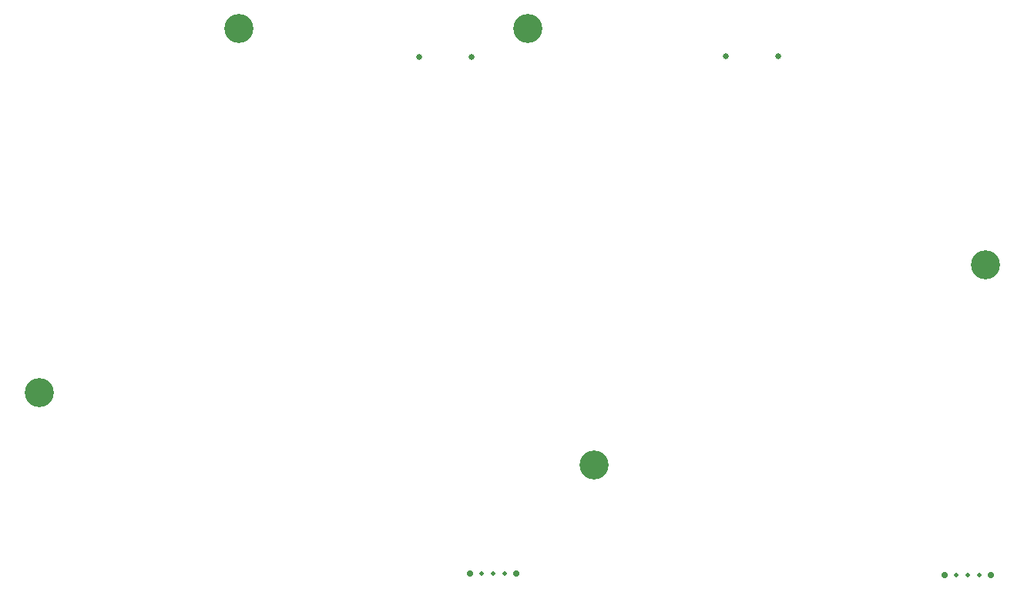
<source format=gbr>
%TF.GenerationSoftware,KiCad,Pcbnew,8.0.0*%
%TF.CreationDate,2024-04-26T20:32:01-04:00*%
%TF.ProjectId,Main board,4d61696e-2062-46f6-9172-642e6b696361,rev?*%
%TF.SameCoordinates,Original*%
%TF.FileFunction,NonPlated,1,4,NPTH,Drill*%
%TF.FilePolarity,Positive*%
%FSLAX46Y46*%
G04 Gerber Fmt 4.6, Leading zero omitted, Abs format (unit mm)*
G04 Created by KiCad (PCBNEW 8.0.0) date 2024-04-26 20:32:01*
%MOMM*%
%LPD*%
G01*
G04 APERTURE LIST*
%TA.AperFunction,ComponentDrill*%
%ADD10C,0.500000*%
%TD*%
%TA.AperFunction,ComponentDrill*%
%ADD11C,0.650000*%
%TD*%
%TA.AperFunction,ComponentDrill*%
%ADD12C,0.700000*%
%TD*%
%TA.AperFunction,ComponentDrill*%
%ADD13C,3.200000*%
%TD*%
G04 APERTURE END LIST*
D10*
%TO.C,J1*%
X118618000Y-116967000D03*
X119888000Y-116967000D03*
X121158000Y-116967000D03*
%TO.C,J9*%
X170764200Y-117056600D03*
X172034200Y-117056600D03*
X173304200Y-117056600D03*
D11*
%TO.C,J2*%
X111791000Y-60136000D03*
X117571000Y-60136000D03*
%TO.C,J12*%
X145478000Y-60028999D03*
X151258000Y-60028999D03*
D12*
%TO.C,J1*%
X117348000Y-116967000D03*
X122428000Y-116967000D03*
%TO.C,J9*%
X169494200Y-117056600D03*
X174574200Y-117056600D03*
D13*
%TO.C,REF\u002A\u002A*%
X70000000Y-97000000D03*
X70000000Y-97000000D03*
X92000000Y-57000000D03*
X92000000Y-57000000D03*
X123698000Y-57000000D03*
X123698000Y-57000000D03*
X131000000Y-105000000D03*
X131000000Y-105000000D03*
X174000000Y-83000000D03*
X174000000Y-83000000D03*
M02*

</source>
